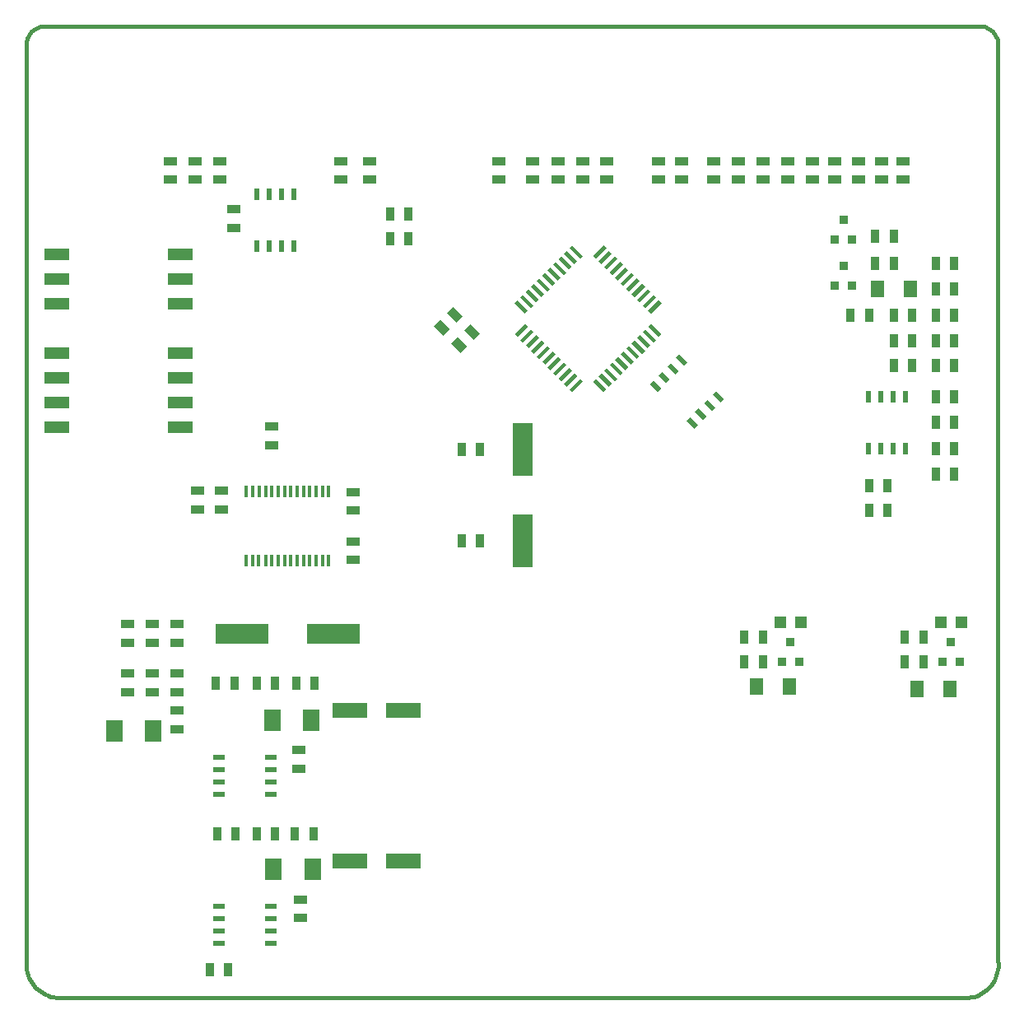
<source format=gtp>
G04 (created by PCBNEW-RS274X (2010-12-18 BZR 2669)-stable) date 2011-01-01T22:16:00 CET*
G01*
G70*
G90*
%MOIN*%
G04 Gerber Fmt 3.4, Leading zero omitted, Abs format*
%FSLAX34Y34*%
G04 APERTURE LIST*
%ADD10C,0.006000*%
%ADD11C,0.015000*%
%ADD12R,0.078700X0.216500*%
%ADD13R,0.035000X0.055000*%
%ADD14R,0.020000X0.045000*%
%ADD15R,0.036000X0.036000*%
%ADD16R,0.070900X0.086600*%
%ADD17R,0.055000X0.035000*%
%ADD18R,0.047200X0.047200*%
%ADD19R,0.016000X0.050000*%
%ADD20R,0.141700X0.063000*%
%ADD21R,0.216500X0.078700*%
%ADD22R,0.045000X0.020000*%
%ADD23R,0.100000X0.050000*%
%ADD24R,0.055100X0.070800*%
G04 APERTURE END LIST*
G54D10*
G54D11*
X00850Y-39900D02*
X00850Y-02550D01*
X39000Y-41150D02*
X02300Y-41150D01*
X40200Y-02550D02*
X40200Y-39650D01*
X01600Y-01800D02*
X39450Y-01800D01*
X01600Y-01800D02*
X01535Y-01803D01*
X01470Y-01812D01*
X01406Y-01826D01*
X01344Y-01846D01*
X01284Y-01871D01*
X01226Y-01901D01*
X01170Y-01936D01*
X01118Y-01976D01*
X01070Y-02020D01*
X01026Y-02068D01*
X00986Y-02120D01*
X00951Y-02176D01*
X00921Y-02234D01*
X00896Y-02294D01*
X00876Y-02356D01*
X00862Y-02420D01*
X00853Y-02485D01*
X00850Y-02550D01*
X40200Y-02550D02*
X40197Y-02485D01*
X40188Y-02420D01*
X40174Y-02356D01*
X40154Y-02294D01*
X40129Y-02234D01*
X40099Y-02176D01*
X40064Y-02120D01*
X40024Y-02068D01*
X39980Y-02020D01*
X39932Y-01976D01*
X39880Y-01936D01*
X39825Y-01901D01*
X39766Y-01871D01*
X39706Y-01846D01*
X39644Y-01826D01*
X39580Y-01812D01*
X39515Y-01803D01*
X39450Y-01800D01*
X38999Y-41149D02*
X39116Y-41131D01*
X39231Y-41103D01*
X39343Y-41065D01*
X39451Y-41017D01*
X39555Y-40960D01*
X39653Y-40894D01*
X39746Y-40820D01*
X39831Y-40738D01*
X39909Y-40649D01*
X39979Y-40553D01*
X40041Y-40452D01*
X40093Y-40345D01*
X40136Y-40235D01*
X40169Y-40121D01*
X40192Y-40005D01*
X40205Y-39887D01*
X40207Y-39770D01*
X40199Y-39651D01*
X00851Y-39899D02*
X00865Y-40016D01*
X00889Y-40131D01*
X00923Y-40244D01*
X00966Y-40354D01*
X01019Y-40460D01*
X01081Y-40560D01*
X01152Y-40655D01*
X01231Y-40743D01*
X01316Y-40824D01*
X01409Y-40897D01*
X01508Y-40962D01*
X01612Y-41018D01*
X01720Y-41064D01*
X01832Y-41101D01*
X01947Y-41129D01*
X02064Y-41146D01*
X02182Y-41152D01*
X02299Y-41149D01*
G54D10*
G36*
X22165Y-12328D02*
X21740Y-11903D01*
X21853Y-11790D01*
X22278Y-12215D01*
X22165Y-12328D01*
X22165Y-12328D01*
G37*
G36*
X21942Y-12551D02*
X21517Y-12126D01*
X21630Y-12013D01*
X22055Y-12438D01*
X21942Y-12551D01*
X21942Y-12551D01*
G37*
G36*
X21720Y-12773D02*
X21295Y-12348D01*
X21408Y-12235D01*
X21833Y-12660D01*
X21720Y-12773D01*
X21720Y-12773D01*
G37*
G36*
X21497Y-12996D02*
X21072Y-12571D01*
X21185Y-12458D01*
X21610Y-12883D01*
X21497Y-12996D01*
X21497Y-12996D01*
G37*
G36*
X21274Y-13219D02*
X20849Y-12794D01*
X20962Y-12681D01*
X21387Y-13106D01*
X21274Y-13219D01*
X21274Y-13219D01*
G37*
G36*
X21051Y-13442D02*
X20626Y-13017D01*
X20739Y-12904D01*
X21164Y-13329D01*
X21051Y-13442D01*
X21051Y-13442D01*
G37*
G36*
X22388Y-12105D02*
X21963Y-11680D01*
X22076Y-11567D01*
X22501Y-11992D01*
X22388Y-12105D01*
X22388Y-12105D01*
G37*
G36*
X22610Y-11883D02*
X22185Y-11458D01*
X22298Y-11345D01*
X22723Y-11770D01*
X22610Y-11883D01*
X22610Y-11883D01*
G37*
G36*
X22833Y-11660D02*
X22408Y-11235D01*
X22521Y-11122D01*
X22946Y-11547D01*
X22833Y-11660D01*
X22833Y-11660D01*
G37*
G36*
X23056Y-11437D02*
X22631Y-11012D01*
X22744Y-10899D01*
X23169Y-11324D01*
X23056Y-11437D01*
X23056Y-11437D01*
G37*
G36*
X23279Y-11214D02*
X22854Y-10789D01*
X22967Y-10676D01*
X23392Y-11101D01*
X23279Y-11214D01*
X23279Y-11214D01*
G37*
G36*
X25347Y-15510D02*
X24922Y-15085D01*
X25035Y-14972D01*
X25460Y-15397D01*
X25347Y-15510D01*
X25347Y-15510D01*
G37*
G36*
X25124Y-15733D02*
X24699Y-15308D01*
X24812Y-15195D01*
X25237Y-15620D01*
X25124Y-15733D01*
X25124Y-15733D01*
G37*
G36*
X24902Y-15955D02*
X24477Y-15530D01*
X24590Y-15417D01*
X25015Y-15842D01*
X24902Y-15955D01*
X24902Y-15955D01*
G37*
G36*
X24679Y-16178D02*
X24254Y-15753D01*
X24367Y-15640D01*
X24792Y-16065D01*
X24679Y-16178D01*
X24679Y-16178D01*
G37*
G36*
X24456Y-16401D02*
X24031Y-15976D01*
X24144Y-15863D01*
X24569Y-16288D01*
X24456Y-16401D01*
X24456Y-16401D01*
G37*
G36*
X24233Y-16624D02*
X23808Y-16199D01*
X23921Y-16086D01*
X24346Y-16511D01*
X24233Y-16624D01*
X24233Y-16624D01*
G37*
G36*
X25570Y-15287D02*
X25145Y-14862D01*
X25258Y-14749D01*
X25683Y-15174D01*
X25570Y-15287D01*
X25570Y-15287D01*
G37*
G36*
X25792Y-15065D02*
X25367Y-14640D01*
X25480Y-14527D01*
X25905Y-14952D01*
X25792Y-15065D01*
X25792Y-15065D01*
G37*
G36*
X26015Y-14842D02*
X25590Y-14417D01*
X25703Y-14304D01*
X26128Y-14729D01*
X26015Y-14842D01*
X26015Y-14842D01*
G37*
G36*
X26238Y-14619D02*
X25813Y-14194D01*
X25926Y-14081D01*
X26351Y-14506D01*
X26238Y-14619D01*
X26238Y-14619D01*
G37*
G36*
X26461Y-14396D02*
X26036Y-13971D01*
X26149Y-13858D01*
X26574Y-14283D01*
X26461Y-14396D01*
X26461Y-14396D01*
G37*
G36*
X21853Y-15510D02*
X21740Y-15397D01*
X22165Y-14972D01*
X22278Y-15085D01*
X21853Y-15510D01*
X21853Y-15510D01*
G37*
G36*
X25035Y-12328D02*
X24922Y-12215D01*
X25347Y-11790D01*
X25460Y-11903D01*
X25035Y-12328D01*
X25035Y-12328D01*
G37*
G36*
X22076Y-15733D02*
X21963Y-15620D01*
X22388Y-15195D01*
X22501Y-15308D01*
X22076Y-15733D01*
X22076Y-15733D01*
G37*
G36*
X25258Y-12551D02*
X25145Y-12438D01*
X25570Y-12013D01*
X25683Y-12126D01*
X25258Y-12551D01*
X25258Y-12551D01*
G37*
G36*
X25480Y-12773D02*
X25367Y-12660D01*
X25792Y-12235D01*
X25905Y-12348D01*
X25480Y-12773D01*
X25480Y-12773D01*
G37*
G36*
X22298Y-15955D02*
X22185Y-15842D01*
X22610Y-15417D01*
X22723Y-15530D01*
X22298Y-15955D01*
X22298Y-15955D01*
G37*
G36*
X22521Y-16178D02*
X22408Y-16065D01*
X22833Y-15640D01*
X22946Y-15753D01*
X22521Y-16178D01*
X22521Y-16178D01*
G37*
G36*
X25703Y-12996D02*
X25590Y-12883D01*
X26015Y-12458D01*
X26128Y-12571D01*
X25703Y-12996D01*
X25703Y-12996D01*
G37*
G36*
X25926Y-13219D02*
X25813Y-13106D01*
X26238Y-12681D01*
X26351Y-12794D01*
X25926Y-13219D01*
X25926Y-13219D01*
G37*
G36*
X22744Y-16401D02*
X22631Y-16288D01*
X23056Y-15863D01*
X23169Y-15976D01*
X22744Y-16401D01*
X22744Y-16401D01*
G37*
G36*
X22967Y-16624D02*
X22854Y-16511D01*
X23279Y-16086D01*
X23392Y-16199D01*
X22967Y-16624D01*
X22967Y-16624D01*
G37*
G36*
X26149Y-13442D02*
X26036Y-13329D01*
X26461Y-12904D01*
X26574Y-13017D01*
X26149Y-13442D01*
X26149Y-13442D01*
G37*
G36*
X24812Y-12105D02*
X24699Y-11992D01*
X25124Y-11567D01*
X25237Y-11680D01*
X24812Y-12105D01*
X24812Y-12105D01*
G37*
G36*
X21630Y-15287D02*
X21517Y-15174D01*
X21942Y-14749D01*
X22055Y-14862D01*
X21630Y-15287D01*
X21630Y-15287D01*
G37*
G36*
X21408Y-15065D02*
X21295Y-14952D01*
X21720Y-14527D01*
X21833Y-14640D01*
X21408Y-15065D01*
X21408Y-15065D01*
G37*
G36*
X24590Y-11883D02*
X24477Y-11770D01*
X24902Y-11345D01*
X25015Y-11458D01*
X24590Y-11883D01*
X24590Y-11883D01*
G37*
G36*
X24367Y-11660D02*
X24254Y-11547D01*
X24679Y-11122D01*
X24792Y-11235D01*
X24367Y-11660D01*
X24367Y-11660D01*
G37*
G36*
X21185Y-14842D02*
X21072Y-14729D01*
X21497Y-14304D01*
X21610Y-14417D01*
X21185Y-14842D01*
X21185Y-14842D01*
G37*
G36*
X20962Y-14619D02*
X20849Y-14506D01*
X21274Y-14081D01*
X21387Y-14194D01*
X20962Y-14619D01*
X20962Y-14619D01*
G37*
G36*
X24144Y-11437D02*
X24031Y-11324D01*
X24456Y-10899D01*
X24569Y-11012D01*
X24144Y-11437D01*
X24144Y-11437D01*
G37*
G36*
X23921Y-11214D02*
X23808Y-11101D01*
X24233Y-10676D01*
X24346Y-10789D01*
X23921Y-11214D01*
X23921Y-11214D01*
G37*
G36*
X20739Y-14396D02*
X20626Y-14283D01*
X21051Y-13858D01*
X21164Y-13971D01*
X20739Y-14396D01*
X20739Y-14396D01*
G37*
G54D12*
X20950Y-22650D03*
X20950Y-18950D03*
G54D13*
X19225Y-22650D03*
X18475Y-22650D03*
X19225Y-18950D03*
X18475Y-18950D03*
X35725Y-20400D03*
X34975Y-20400D03*
X38425Y-16800D03*
X37675Y-16800D03*
X34975Y-21400D03*
X35725Y-21400D03*
X36725Y-15550D03*
X35975Y-15550D03*
X37675Y-17850D03*
X38425Y-17850D03*
X37675Y-14550D03*
X38425Y-14550D03*
X34225Y-13500D03*
X34975Y-13500D03*
X37675Y-13500D03*
X38425Y-13500D03*
X35225Y-11400D03*
X35975Y-11400D03*
X37675Y-19950D03*
X38425Y-19950D03*
X36725Y-14550D03*
X35975Y-14550D03*
X37675Y-15550D03*
X38425Y-15550D03*
X35975Y-13500D03*
X36725Y-13500D03*
X37675Y-12450D03*
X38425Y-12450D03*
X37675Y-11400D03*
X38425Y-11400D03*
G54D14*
X36450Y-18900D03*
X36450Y-16800D03*
X35950Y-18900D03*
X35450Y-18900D03*
X34950Y-18900D03*
X35950Y-16800D03*
X35450Y-16800D03*
X34950Y-16800D03*
G54D15*
X34300Y-12300D03*
X33600Y-12300D03*
X33950Y-11500D03*
X34300Y-10450D03*
X33600Y-10450D03*
X33950Y-09650D03*
G54D16*
X05990Y-30350D03*
X04410Y-30350D03*
G54D17*
X32700Y-07275D03*
X32700Y-08025D03*
X27400Y-07275D03*
X27400Y-08025D03*
X26450Y-07275D03*
X26450Y-08025D03*
G54D13*
X10925Y-34500D03*
X10175Y-34500D03*
X09325Y-34500D03*
X08575Y-34500D03*
G54D17*
X06950Y-28775D03*
X06950Y-28025D03*
X06950Y-30275D03*
X06950Y-29525D03*
X04950Y-28025D03*
X04950Y-28775D03*
X05950Y-26025D03*
X05950Y-26775D03*
X36350Y-07275D03*
X36350Y-08025D03*
X35500Y-07275D03*
X35500Y-08025D03*
X34550Y-07275D03*
X34550Y-08025D03*
X33600Y-07275D03*
X33600Y-08025D03*
X31700Y-07275D03*
X31700Y-08025D03*
X30700Y-07275D03*
X30700Y-08025D03*
X29700Y-07275D03*
X29700Y-08025D03*
X28700Y-07275D03*
X28700Y-08025D03*
X24350Y-07275D03*
X24350Y-08025D03*
X23400Y-07275D03*
X23400Y-08025D03*
X22400Y-07275D03*
X22400Y-08025D03*
X21350Y-07275D03*
X21350Y-08025D03*
X06950Y-26025D03*
X06950Y-26775D03*
X05950Y-28775D03*
X05950Y-28025D03*
X04950Y-26025D03*
X04950Y-26775D03*
X11950Y-37925D03*
X11950Y-37175D03*
G54D13*
X09025Y-40000D03*
X08275Y-40000D03*
X12475Y-34500D03*
X11725Y-34500D03*
X37675Y-18900D03*
X38425Y-18900D03*
X36425Y-26550D03*
X37175Y-26550D03*
X36425Y-27550D03*
X37175Y-27550D03*
X29925Y-26550D03*
X30675Y-26550D03*
X29925Y-27550D03*
X30675Y-27550D03*
G54D15*
X38650Y-27550D03*
X37950Y-27550D03*
X38300Y-26750D03*
X32150Y-27550D03*
X31450Y-27550D03*
X31800Y-26750D03*
G54D18*
X37887Y-25950D03*
X38713Y-25950D03*
X31387Y-25950D03*
X32213Y-25950D03*
G54D19*
X13100Y-20650D03*
X12850Y-20650D03*
X12590Y-20650D03*
X12330Y-20650D03*
X12080Y-20650D03*
X11820Y-20650D03*
X11560Y-20650D03*
X11310Y-20650D03*
X11050Y-20650D03*
X10800Y-20650D03*
X10540Y-20650D03*
X10280Y-20650D03*
X10030Y-20650D03*
X09770Y-20650D03*
X09770Y-23450D03*
X10030Y-23450D03*
X10270Y-23450D03*
X10540Y-23450D03*
X10800Y-23450D03*
X11050Y-23450D03*
X11310Y-23450D03*
X11560Y-23450D03*
X11820Y-23450D03*
X12080Y-23450D03*
X12330Y-23450D03*
X12590Y-23450D03*
X12850Y-23450D03*
X13100Y-23450D03*
G54D20*
X16133Y-29500D03*
X13967Y-29500D03*
G54D16*
X10810Y-29900D03*
X12390Y-29900D03*
G54D21*
X13300Y-26400D03*
X09600Y-26400D03*
G54D13*
X16325Y-10400D03*
X15575Y-10400D03*
X16325Y-09400D03*
X15575Y-09400D03*
G54D17*
X20000Y-08025D03*
X20000Y-07275D03*
X14750Y-08025D03*
X14750Y-07275D03*
X08700Y-08025D03*
X08700Y-07275D03*
X13600Y-08025D03*
X13600Y-07275D03*
G54D13*
X10925Y-28400D03*
X10175Y-28400D03*
X09275Y-28400D03*
X08525Y-28400D03*
G54D17*
X06700Y-07275D03*
X06700Y-08025D03*
X07700Y-07275D03*
X07700Y-08025D03*
X10800Y-18025D03*
X10800Y-18775D03*
X08750Y-20625D03*
X08750Y-21375D03*
X07800Y-20625D03*
X07800Y-21375D03*
X14100Y-23425D03*
X14100Y-22675D03*
G54D13*
X12525Y-28400D03*
X11775Y-28400D03*
G54D17*
X11900Y-31875D03*
X11900Y-31125D03*
X14100Y-20675D03*
X14100Y-21425D03*
G54D10*
G36*
X26415Y-16618D02*
X26097Y-16300D01*
X26239Y-16158D01*
X26557Y-16476D01*
X26415Y-16618D01*
X26415Y-16618D01*
G37*
G36*
X27900Y-18103D02*
X27582Y-17785D01*
X27724Y-17643D01*
X28042Y-17961D01*
X27900Y-18103D01*
X27900Y-18103D01*
G37*
G36*
X26769Y-16264D02*
X26451Y-15946D01*
X26593Y-15804D01*
X26911Y-16122D01*
X26769Y-16264D01*
X26769Y-16264D01*
G37*
G36*
X27122Y-15911D02*
X26804Y-15593D01*
X26946Y-15451D01*
X27264Y-15769D01*
X27122Y-15911D01*
X27122Y-15911D01*
G37*
G36*
X27476Y-15557D02*
X27158Y-15239D01*
X27300Y-15097D01*
X27618Y-15415D01*
X27476Y-15557D01*
X27476Y-15557D01*
G37*
G36*
X28254Y-17749D02*
X27936Y-17431D01*
X28078Y-17289D01*
X28396Y-17607D01*
X28254Y-17749D01*
X28254Y-17749D01*
G37*
G36*
X28607Y-17396D02*
X28289Y-17078D01*
X28431Y-16936D01*
X28749Y-17254D01*
X28607Y-17396D01*
X28607Y-17396D01*
G37*
G36*
X28961Y-17042D02*
X28643Y-16724D01*
X28785Y-16582D01*
X29103Y-16900D01*
X28961Y-17042D01*
X28961Y-17042D01*
G37*
G54D14*
X10200Y-08600D03*
X10200Y-10700D03*
X10700Y-08600D03*
X11200Y-08600D03*
X11700Y-08600D03*
X10700Y-10700D03*
X11200Y-10700D03*
X11700Y-10700D03*
G54D22*
X08650Y-32900D03*
X10750Y-32900D03*
X08650Y-32400D03*
X08650Y-31900D03*
X08650Y-31400D03*
X10750Y-32400D03*
X10750Y-31900D03*
X10750Y-31400D03*
G54D20*
X16133Y-35600D03*
X13967Y-35600D03*
G54D23*
X07100Y-18050D03*
X07100Y-17050D03*
X07100Y-16050D03*
X07100Y-15050D03*
X07100Y-13050D03*
X07100Y-12050D03*
X07100Y-11050D03*
X02100Y-11050D03*
X02100Y-12050D03*
X02100Y-13050D03*
X02100Y-15050D03*
X02100Y-16050D03*
X02100Y-17050D03*
X02100Y-18050D03*
G54D24*
X38269Y-28650D03*
X36931Y-28650D03*
X31769Y-28550D03*
X30431Y-28550D03*
X35331Y-12450D03*
X36669Y-12450D03*
G54D22*
X08650Y-38950D03*
X10750Y-38950D03*
X08650Y-38450D03*
X08650Y-37950D03*
X08650Y-37450D03*
X10750Y-38450D03*
X10750Y-37950D03*
X10750Y-37450D03*
G54D16*
X10860Y-35950D03*
X12440Y-35950D03*
G54D13*
X35225Y-10300D03*
X35975Y-10300D03*
G54D17*
X09250Y-09225D03*
X09250Y-09975D03*
G54D10*
G36*
X18844Y-13867D02*
X19233Y-14256D01*
X18986Y-14503D01*
X18597Y-14114D01*
X18844Y-13867D01*
X18844Y-13867D01*
G37*
G36*
X18314Y-14397D02*
X18703Y-14786D01*
X18456Y-15033D01*
X18067Y-14644D01*
X18314Y-14397D01*
X18314Y-14397D01*
G37*
G36*
X18144Y-13167D02*
X18533Y-13556D01*
X18286Y-13803D01*
X17897Y-13414D01*
X18144Y-13167D01*
X18144Y-13167D01*
G37*
G36*
X17614Y-13697D02*
X18003Y-14086D01*
X17756Y-14333D01*
X17367Y-13944D01*
X17614Y-13697D01*
X17614Y-13697D01*
G37*
M02*

</source>
